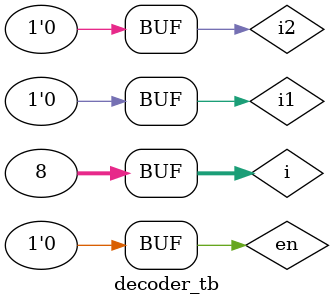
<source format=v>
module decoder2x4_df(en,i1,i2,y);
  input en,i1,i2;
  output [3:0]y;
  assign y[0] = (en)&(~i1)&(~i2);
  assign y[1] = (en)&(~i1)&(i2);
  assign y[2] = (en)&(i1)&(~i2);
  assign y[3] = (en)&(i1)&(i2);
endmodule

module decoder_tb;
  reg en,i1,i2;
  wire [3:0]y;
  integer i;
  
  decoder2x4_df D1(en,i1,i2,y);
  initial
  begin
    for(i=3'b000;i<8;i=i+1)
    begin
      {en,i1,i2}=i;#10;
    end
    {en,i1,i2}=3'b000;
  end
endmodule
</source>
